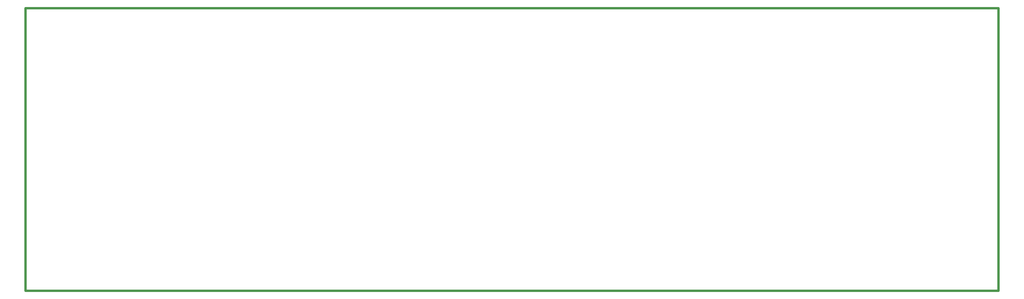
<source format=gbr>
G04 start of page 5 for group 6 idx 6 *
G04 Title: (unknown), outline *
G04 Creator: pcb 20110918 *
G04 CreationDate: Fri Mar 28 21:41:01 2014 UTC *
G04 For: fosse *
G04 Format: Gerber/RS-274X *
G04 PCB-Dimensions: 1525000 500000 *
G04 PCB-Coordinate-Origin: lower left *
%MOIN*%
%FSLAX25Y25*%
%LNOUTLINE*%
%ADD32C,0.0350*%
G54D32*X3000Y55000D02*Y497000D01*
X1522000Y55000D02*X3000D01*
X1522000Y497000D02*Y55000D01*
X3000Y497000D02*X1522000D01*
M02*

</source>
